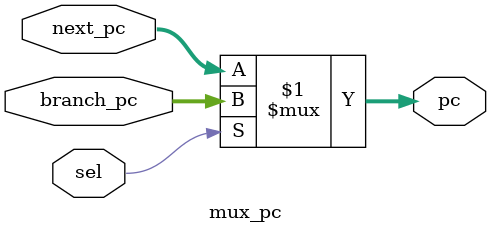
<source format=sv>
module mux_pc (input logic [31:0] next_pc, branch_pc,
					input logic sel,
					output logic [31:0] pc);
					
		assign pc = ( sel ) ? branch_pc : next_pc;

endmodule  
</source>
